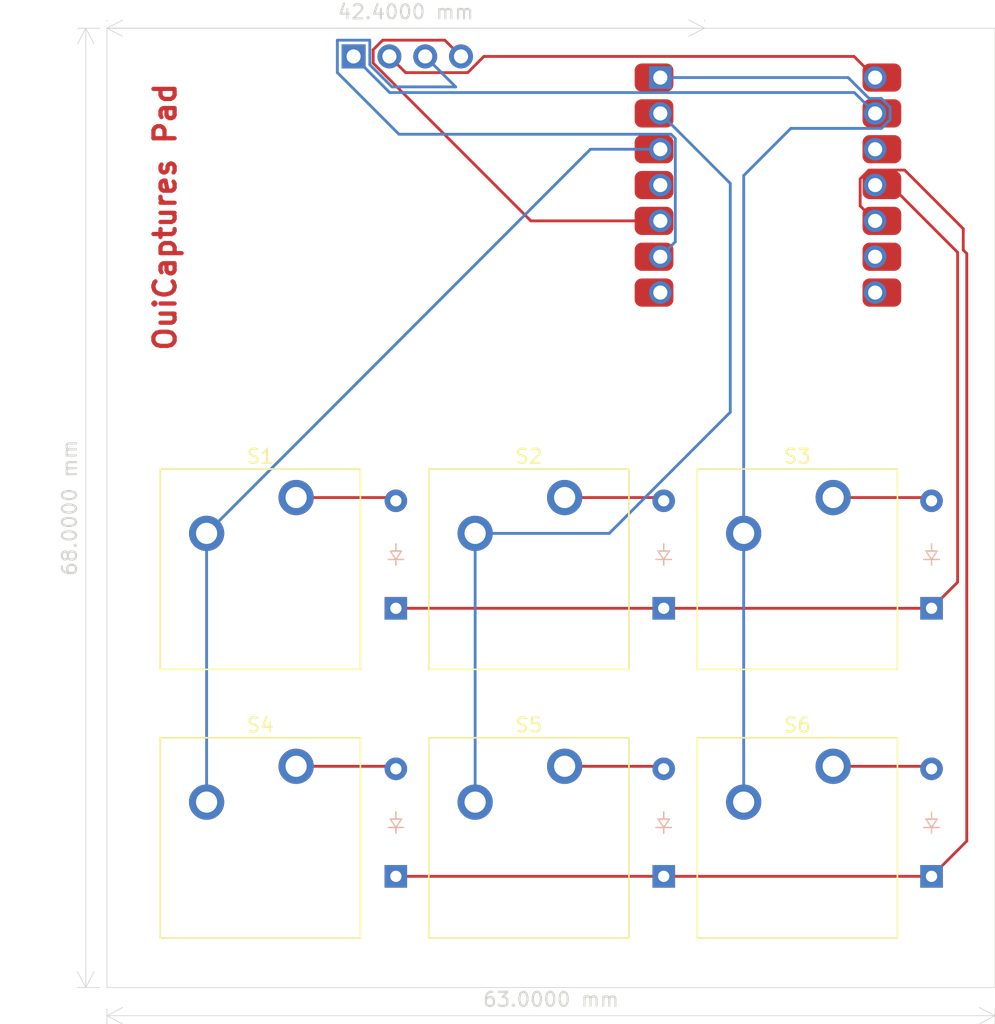
<source format=kicad_pcb>
(kicad_pcb (version 20240108) (generator "pcbnew") (generator_version "8.0")
  (layers (0 "F.Cu" signal) (31 "B.Cu" signal) (34 "B.Paste" user) (35 "F.Paste" user) (36 "B.SilkS" user "B.Silkscreen") (37 "F.SilkS" user "F.Silkscreen") (38 "B.Mask" user) (39 "F.Mask" user) (44 "Edge.Cuts" user))
  (net 0 "")
  (net 1 "GND")
  (net 2 "+5V")
  (net 3 "SCL")
  (net 4 "SDA")
  (net 5 "Column 2")
  (net 7 "Column 0")
  (net 8 "Row 0")
  (net 10 "Column 1")
  (net 12 "Row 1")
  (net 13 "Net-(D1-A)")
  (net 14 "Net-(D2-A)")
  (net 15 "Net-(D3-A)")
  (net 16 "Net-(D4-A)")
  (net 17 "Net-(D5-A)")
  (net 18 "Net-(D6-A)")
  (footprint "ScottoKeebs_MCU:Seeed_XIAO_RP2040" (layer "F.Cu") (at 111.88 106.12)
    (property "Reference" "U2" (hide yes))
    (property "Value" "XIAO-RP2040-DIP")
    (pad "1" smd roundrect (at -8.065 -7.62) (size 2.75 2) (layers "F.Cu" "F.Paste" "F.Mask") (net 5 "Column 2"))
    (pad "1" thru_hole rect (at -7.62 -7.62 90) (size 1.6 1.6) (drill 1) (layers "*.Cu" "*.Mask") (net 5 "Column 2"))
    (pad "2" smd roundrect (at -8.065 -5.08) (size 2.75 2) (layers "F.Cu" "F.Paste" "F.Mask") (net 10 "Column 1"))
    (pad "2" thru_hole circle (at -7.62 -5.08 90) (size 1.6 1.6) (drill 1) (layers "*.Cu" "*.Mask") (net 10 "Column 1"))
    (pad "3" smd roundrect (at -8.065 -2.54) (size 2.75 2) (layers "F.Cu" "F.Paste" "F.Mask") (net 7 "Column 0"))
    (pad "3" thru_hole circle (at -7.62 -2.54 90) (size 1.6 1.6) (drill 1) (layers "*.Cu" "*.Mask") (net 7 "Column 0"))
    (pad "4" smd roundrect (at -8.065 0) (size 2.75 2) (layers "F.Cu" "F.Paste" "F.Mask"))
    (pad "4" thru_hole circle (at -7.62 0 90) (size 1.6 1.6) (drill 1) (layers "*.Cu" "*.Mask"))
    (pad "5" smd roundrect (at -8.065 2.54) (size 2.75 2) (layers "F.Cu" "F.Paste" "F.Mask") (net 4 "SDA"))
    (pad "5" thru_hole circle (at -7.62 2.54 90) (size 1.6 1.6) (drill 1) (layers "*.Cu" "*.Mask") (net 4 "SDA"))
    (pad "6" smd roundrect (at -8.065 5.08) (size 2.75 2) (layers "F.Cu" "F.Paste" "F.Mask") (net 3 "SCL"))
    (pad "6" thru_hole circle (at -7.62 5.08 90) (size 1.6 1.6) (drill 1) (layers "*.Cu" "*.Mask") (net 3 "SCL"))
    (pad "7" smd roundrect (at -8.065 7.62) (size 2.75 2) (layers "F.Cu" "F.Paste" "F.Mask"))
    (pad "7" thru_hole circle (at -7.62 7.62 90) (size 1.6 1.6) (drill 1) (layers "*.Cu" "*.Mask"))
    (pad "8" thru_hole circle (at 7.62 7.62 90) (size 1.6 1.6) (drill 1) (layers "*.Cu" "*.Mask"))
    (pad "8" smd roundrect (at 8.1 7.62) (size 2.75 2) (layers "F.Cu" "F.Paste" "F.Mask"))
    (pad "9" thru_hole circle (at 7.62 5.08 90) (size 1.6 1.6) (drill 1) (layers "*.Cu" "*.Mask"))
    (pad "9" smd roundrect (at 8.1 5.08) (size 2.75 2) (layers "F.Cu" "F.Paste" "F.Mask"))
    (pad "10" thru_hole circle (at 7.62 2.54 90) (size 1.6 1.6) (drill 1) (layers "*.Cu" "*.Mask") (net 12 "Row 1"))
    (pad "10" smd roundrect (at 8.1 2.54) (size 2.75 2) (layers "F.Cu" "F.Paste" "F.Mask") (net 12 "Row 1"))
    (pad "11" thru_hole circle (at 7.62 0 90) (size 1.6 1.6) (drill 1) (layers "*.Cu" "*.Mask") (net 8 "Row 0"))
    (pad "11" smd roundrect (at 8.1 0) (size 2.75 2) (layers "F.Cu" "F.Paste" "F.Mask") (net 8 "Row 0"))
    (pad "12" thru_hole circle (at 7.62 -2.54 90) (size 1.6 1.6) (drill 1) (layers "*.Cu" "*.Mask"))
    (pad "12" smd roundrect (at 8.1 -2.54) (size 2.75 2) (layers "F.Cu" "F.Paste" "F.Mask"))
    (pad "13" thru_hole circle (at 7.62 -5.08 90) (size 1.6 1.6) (drill 1) (layers "*.Cu" "*.Mask") (net 1 "GND"))
    (pad "13" smd roundrect (at 8.1 -5.08) (size 2.75 2) (layers "F.Cu" "F.Paste" "F.Mask") (net 1 "GND"))
    (pad "14" thru_hole circle (at 7.62 -7.62 90) (size 1.6 1.6) (drill 1) (layers "*.Cu" "*.Mask") (net 2 "+5V"))
    (pad "14" smd roundrect (at 8.1 -7.62) (size 2.75 2) (layers "F.Cu" "F.Paste" "F.Mask") (net 2 "+5V"))
  )
  (footprint "ScottoKeebs_MX:MX_PCB_1.00u" (layer "F.Cu") (at 75.8825 152.4)
    (property "Reference" "S4" (at 0 -8 0) (layer "F.SilkS"))
    (property "Value" "Keyswitch")
    (fp_line (start -7.1 -7.1) (end -7.1 7.1) (stroke (width 0.12)) (layer "F.SilkS"))
    (fp_line (start -7.1 7.1) (end 7.1 7.1) (stroke (width 0.12)) (layer "F.SilkS"))
    (fp_line (start 7.1 -7.1) (end -7.1 -7.1) (stroke (width 0.12)) (layer "F.SilkS"))
    (fp_line (start 7.1 7.1) (end 7.1 -7.1) (stroke (width 0.12)) (layer "F.SilkS"))
    (pad "" np_thru_hole circle (at -5.08 0) (size 1.75 1.75) (drill 1.75) (layers "*.Cu" "*.Mask"))
    (pad "" np_thru_hole circle (at 0 0) (size 4 4) (drill 4) (layers "*.Cu" "*.Mask"))
    (pad "" np_thru_hole circle (at 5.08 0) (size 1.75 1.75) (drill 1.75) (layers "*.Cu" "*.Mask"))
    (pad "1" thru_hole circle (at -3.81 -2.54) (size 2.5 2.5) (drill 1.5) (layers "*.Cu" "*.Mask") (net 7 "Column 0"))
    (pad "2" thru_hole circle (at 2.54 -5.08) (size 2.5 2.5) (drill 1.5) (layers "*.Cu" "*.Mask") (net 16 "Net-(D4-A)"))
  )
  (footprint "ScottoKeebs_MX:MX_PCB_1.00u" (layer "F.Cu") (at 94.9325 133.35)
    (property "Reference" "S2" (at 0 -8 0) (layer "F.SilkS"))
    (property "Value" "Keyswitch")
    (fp_line (start -7.1 -7.1) (end -7.1 7.1) (stroke (width 0.12)) (layer "F.SilkS"))
    (fp_line (start -7.1 7.1) (end 7.1 7.1) (stroke (width 0.12)) (layer "F.SilkS"))
    (fp_line (start 7.1 -7.1) (end -7.1 -7.1) (stroke (width 0.12)) (layer "F.SilkS"))
    (fp_line (start 7.1 7.1) (end 7.1 -7.1) (stroke (width 0.12)) (layer "F.SilkS"))
    (pad "" np_thru_hole circle (at -5.08 0) (size 1.75 1.75) (drill 1.75) (layers "*.Cu" "*.Mask"))
    (pad "" np_thru_hole circle (at 0 0) (size 4 4) (drill 4) (layers "*.Cu" "*.Mask"))
    (pad "" np_thru_hole circle (at 5.08 0) (size 1.75 1.75) (drill 1.75) (layers "*.Cu" "*.Mask"))
    (pad "1" thru_hole circle (at -3.81 -2.54) (size 2.5 2.5) (drill 1.5) (layers "*.Cu" "*.Mask") (net 10 "Column 1"))
    (pad "2" thru_hole circle (at 2.54 -5.08) (size 2.5 2.5) (drill 1.5) (layers "*.Cu" "*.Mask") (net 14 "Net-(D2-A)"))
  )
  (footprint "ScottoKeebs_MX:MX_PCB_1.00u" (layer "F.Cu") (at 113.9825 152.4)
    (property "Reference" "S6" (at 0 -8 0) (layer "F.SilkS"))
    (property "Value" "Keyswitch")
    (fp_line (start -7.1 -7.1) (end -7.1 7.1) (stroke (width 0.12)) (layer "F.SilkS"))
    (fp_line (start -7.1 7.1) (end 7.1 7.1) (stroke (width 0.12)) (layer "F.SilkS"))
    (fp_line (start 7.1 -7.1) (end -7.1 -7.1) (stroke (width 0.12)) (layer "F.SilkS"))
    (fp_line (start 7.1 7.1) (end 7.1 -7.1) (stroke (width 0.12)) (layer "F.SilkS"))
    (pad "" np_thru_hole circle (at -5.08 0) (size 1.75 1.75) (drill 1.75) (layers "*.Cu" "*.Mask"))
    (pad "" np_thru_hole circle (at 0 0) (size 4 4) (drill 4) (layers "*.Cu" "*.Mask"))
    (pad "" np_thru_hole circle (at 5.08 0) (size 1.75 1.75) (drill 1.75) (layers "*.Cu" "*.Mask"))
    (pad "1" thru_hole circle (at -3.81 -2.54) (size 2.5 2.5) (drill 1.5) (layers "*.Cu" "*.Mask") (net 5 "Column 2"))
    (pad "2" thru_hole circle (at 2.54 -5.08) (size 2.5 2.5) (drill 1.5) (layers "*.Cu" "*.Mask") (net 18 "Net-(D6-A)"))
  )
  (footprint "ScottoKeebs_MX:MX_PCB_1.00u" (layer "F.Cu") (at 113.9825 133.35)
    (property "Reference" "S3" (at 0 -8 0) (layer "F.SilkS"))
    (property "Value" "Keyswitch")
    (fp_line (start -7.1 -7.1) (end -7.1 7.1) (stroke (width 0.12)) (layer "F.SilkS"))
    (fp_line (start -7.1 7.1) (end 7.1 7.1) (stroke (width 0.12)) (layer "F.SilkS"))
    (fp_line (start 7.1 -7.1) (end -7.1 -7.1) (stroke (width 0.12)) (layer "F.SilkS"))
    (fp_line (start 7.1 7.1) (end 7.1 -7.1) (stroke (width 0.12)) (layer "F.SilkS"))
    (pad "" np_thru_hole circle (at -5.08 0) (size 1.75 1.75) (drill 1.75) (layers "*.Cu" "*.Mask"))
    (pad "" np_thru_hole circle (at 0 0) (size 4 4) (drill 4) (layers "*.Cu" "*.Mask"))
    (pad "" np_thru_hole circle (at 5.08 0) (size 1.75 1.75) (drill 1.75) (layers "*.Cu" "*.Mask"))
    (pad "1" thru_hole circle (at -3.81 -2.54) (size 2.5 2.5) (drill 1.5) (layers "*.Cu" "*.Mask") (net 5 "Column 2"))
    (pad "2" thru_hole circle (at 2.54 -5.08) (size 2.5 2.5) (drill 1.5) (layers "*.Cu" "*.Mask") (net 15 "Net-(D3-A)"))
  )
  (footprint "ScottoKeebs_MX:MX_PCB_1.00u" (layer "F.Cu") (at 75.8825 133.35)
    (property "Reference" "S1" (at 0 -8 0) (layer "F.SilkS"))
    (property "Value" "Keyswitch")
    (fp_line (start -7.1 -7.1) (end -7.1 7.1) (stroke (width 0.12)) (layer "F.SilkS"))
    (fp_line (start -7.1 7.1) (end 7.1 7.1) (stroke (width 0.12)) (layer "F.SilkS"))
    (fp_line (start 7.1 -7.1) (end -7.1 -7.1) (stroke (width 0.12)) (layer "F.SilkS"))
    (fp_line (start 7.1 7.1) (end 7.1 -7.1) (stroke (width 0.12)) (layer "F.SilkS"))
    (pad "" np_thru_hole circle (at -5.08 0) (size 1.75 1.75) (drill 1.75) (layers "*.Cu" "*.Mask"))
    (pad "" np_thru_hole circle (at 0 0) (size 4 4) (drill 4) (layers "*.Cu" "*.Mask"))
    (pad "" np_thru_hole circle (at 5.08 0) (size 1.75 1.75) (drill 1.75) (layers "*.Cu" "*.Mask"))
    (pad "1" thru_hole circle (at -3.81 -2.54) (size 2.5 2.5) (drill 1.5) (layers "*.Cu" "*.Mask") (net 7 "Column 0"))
    (pad "2" thru_hole circle (at 2.54 -5.08) (size 2.5 2.5) (drill 1.5) (layers "*.Cu" "*.Mask") (net 13 "Net-(D1-A)"))
  )
  (footprint "ScottoKeebs_Components:OLED_128x64" (layer "F.Cu") (at 86.31 97)
    (property "Reference" "J1" (hide yes))
    (property "Value" "OLED_128x64")
    (pad "1" thru_hole rect (at -3.81 0 90) (size 1.7 1.7) (drill 1) (layers "*.Cu" "*.Mask") (net 1 "GND"))
    (pad "2" thru_hole oval (at -1.27 0 90) (size 1.7 1.7) (drill 1) (layers "*.Cu" "*.Mask") (net 2 "+5V"))
    (pad "3" thru_hole oval (at 1.27 0 90) (size 1.7 1.7) (drill 1) (layers "*.Cu" "*.Mask") (net 3 "SCL"))
    (pad "4" thru_hole oval (at 3.81 0 90) (size 1.7 1.7) (drill 1) (layers "*.Cu" "*.Mask") (net 4 "SDA"))
  )
  (footprint "ScottoKeebs_MX:MX_PCB_1.00u" (layer "F.Cu") (at 94.9325 152.4)
    (property "Reference" "S5" (at 0 -8 0) (layer "F.SilkS"))
    (property "Value" "Keyswitch")
    (fp_line (start -7.1 -7.1) (end -7.1 7.1) (stroke (width 0.12)) (layer "F.SilkS"))
    (fp_line (start -7.1 7.1) (end 7.1 7.1) (stroke (width 0.12)) (layer "F.SilkS"))
    (fp_line (start 7.1 -7.1) (end -7.1 -7.1) (stroke (width 0.12)) (layer "F.SilkS"))
    (fp_line (start 7.1 7.1) (end 7.1 -7.1) (stroke (width 0.12)) (layer "F.SilkS"))
    (pad "" np_thru_hole circle (at -5.08 0) (size 1.75 1.75) (drill 1.75) (layers "*.Cu" "*.Mask"))
    (pad "" np_thru_hole circle (at 0 0) (size 4 4) (drill 4) (layers "*.Cu" "*.Mask"))
    (pad "" np_thru_hole circle (at 5.08 0) (size 1.75 1.75) (drill 1.75) (layers "*.Cu" "*.Mask"))
    (pad "1" thru_hole circle (at -3.81 -2.54) (size 2.5 2.5) (drill 1.5) (layers "*.Cu" "*.Mask") (net 10 "Column 1"))
    (pad "2" thru_hole circle (at 2.54 -5.08) (size 2.5 2.5) (drill 1.5) (layers "*.Cu" "*.Mask") (net 17 "Net-(D5-A)"))
  )
  (footprint "ScottoKeebs_Components:Diode_DO-35" (layer "B.Cu") (at 85.5 155.12 90)
    (property "Reference" "D4" (hide yes))
    (property "Value" "Diode" (hide yes))
    (fp_line (start 3.46 -0.55) (end 3.46 0.55) (stroke (width 0.1)) (layer "B.SilkS"))
    (fp_line (start 4.06 -0.4) (end 4.06 0.4) (stroke (width 0.1)) (layer "B.SilkS"))
    (fp_line (start 4.56 0) (end 4.06 0) (stroke (width 0.1)) (layer "B.SilkS"))
    (fp_line (start 3.46 0) (end 4.06 -0.4) (stroke (width 0.1)) (layer "B.SilkS"))
    (fp_line (start 3.46 0) (end 3.06 0) (stroke (width 0.1)) (layer "B.SilkS"))
    (fp_line (start 4.06 0.4) (end 3.46 0) (stroke (width 0.1)) (layer "B.SilkS"))
    (pad "1" thru_hole rect (at 0 0 90) (size 1.6 1.6) (drill 0.8) (layers "*.Cu" "*.Mask") (net 12 "Row 1"))
    (pad "2" thru_hole oval (at 7.62 0 90) (size 1.6 1.6) (drill 0.8) (layers "*.Cu" "*.Mask") (net 16 "Net-(D4-A)"))
  )
  (footprint "ScottoKeebs_Components:Diode_DO-35" (layer "B.Cu") (at 123.5 136.12 90)
    (property "Reference" "D3" (hide yes))
    (property "Value" "Diode" (hide yes))
    (fp_line (start 3.46 -0.55) (end 3.46 0.55) (stroke (width 0.1)) (layer "B.SilkS"))
    (fp_line (start 4.06 -0.4) (end 4.06 0.4) (stroke (width 0.1)) (layer "B.SilkS"))
    (fp_line (start 4.56 0) (end 4.06 0) (stroke (width 0.1)) (layer "B.SilkS"))
    (fp_line (start 3.46 0) (end 4.06 -0.4) (stroke (width 0.1)) (layer "B.SilkS"))
    (fp_line (start 3.46 0) (end 3.06 0) (stroke (width 0.1)) (layer "B.SilkS"))
    (fp_line (start 4.06 0.4) (end 3.46 0) (stroke (width 0.1)) (layer "B.SilkS"))
    (pad "1" thru_hole rect (at 0 0 90) (size 1.6 1.6) (drill 0.8) (layers "*.Cu" "*.Mask") (net 8 "Row 0"))
    (pad "2" thru_hole oval (at 7.62 0 90) (size 1.6 1.6) (drill 0.8) (layers "*.Cu" "*.Mask") (net 15 "Net-(D3-A)"))
  )
  (footprint "ScottoKeebs_Components:Diode_DO-35" (layer "B.Cu") (at 104.5 155.12 90)
    (property "Reference" "D5" (hide yes))
    (property "Value" "Diode" (hide yes))
    (fp_line (start 3.46 -0.55) (end 3.46 0.55) (stroke (width 0.1)) (layer "B.SilkS"))
    (fp_line (start 4.06 -0.4) (end 4.06 0.4) (stroke (width 0.1)) (layer "B.SilkS"))
    (fp_line (start 4.56 0) (end 4.06 0) (stroke (width 0.1)) (layer "B.SilkS"))
    (fp_line (start 3.46 0) (end 4.06 -0.4) (stroke (width 0.1)) (layer "B.SilkS"))
    (fp_line (start 3.46 0) (end 3.06 0) (stroke (width 0.1)) (layer "B.SilkS"))
    (fp_line (start 4.06 0.4) (end 3.46 0) (stroke (width 0.1)) (layer "B.SilkS"))
    (pad "1" thru_hole rect (at 0 0 90) (size 1.6 1.6) (drill 0.8) (layers "*.Cu" "*.Mask") (net 12 "Row 1"))
    (pad "2" thru_hole oval (at 7.62 0 90) (size 1.6 1.6) (drill 0.8) (layers "*.Cu" "*.Mask") (net 17 "Net-(D5-A)"))
  )
  (footprint "ScottoKeebs_Components:Diode_DO-35" (layer "B.Cu") (at 85.5 136.12 90)
    (property "Reference" "D1" (hide yes))
    (property "Value" "Diode" (hide yes))
    (fp_line (start 3.46 -0.55) (end 3.46 0.55) (stroke (width 0.1)) (layer "B.SilkS"))
    (fp_line (start 4.06 -0.4) (end 4.06 0.4) (stroke (width 0.1)) (layer "B.SilkS"))
    (fp_line (start 4.56 0) (end 4.06 0) (stroke (width 0.1)) (layer "B.SilkS"))
    (fp_line (start 3.46 0) (end 4.06 -0.4) (stroke (width 0.1)) (layer "B.SilkS"))
    (fp_line (start 3.46 0) (end 3.06 0) (stroke (width 0.1)) (layer "B.SilkS"))
    (fp_line (start 4.06 0.4) (end 3.46 0) (stroke (width 0.1)) (layer "B.SilkS"))
    (pad "1" thru_hole rect (at 0 0 90) (size 1.6 1.6) (drill 0.8) (layers "*.Cu" "*.Mask") (net 8 "Row 0"))
    (pad "2" thru_hole oval (at 7.62 0 90) (size 1.6 1.6) (drill 0.8) (layers "*.Cu" "*.Mask") (net 13 "Net-(D1-A)"))
  )
  (footprint "ScottoKeebs_Components:Diode_DO-35" (layer "B.Cu") (at 104.5 136.12 90)
    (property "Reference" "D2" (hide yes))
    (property "Value" "Diode" (hide yes))
    (fp_line (start 3.46 -0.55) (end 3.46 0.55) (stroke (width 0.1)) (layer "B.SilkS"))
    (fp_line (start 4.06 -0.4) (end 4.06 0.4) (stroke (width 0.1)) (layer "B.SilkS"))
    (fp_line (start 4.56 0) (end 4.06 0) (stroke (width 0.1)) (layer "B.SilkS"))
    (fp_line (start 3.46 0) (end 4.06 -0.4) (stroke (width 0.1)) (layer "B.SilkS"))
    (fp_line (start 3.46 0) (end 3.06 0) (stroke (width 0.1)) (layer "B.SilkS"))
    (fp_line (start 4.06 0.4) (end 3.46 0) (stroke (width 0.1)) (layer "B.SilkS"))
    (pad "1" thru_hole rect (at 0 0 90) (size 1.6 1.6) (drill 0.8) (layers "*.Cu" "*.Mask") (net 8 "Row 0"))
    (pad "2" thru_hole oval (at 7.62 0 90) (size 1.6 1.6) (drill 0.8) (layers "*.Cu" "*.Mask") (net 14 "Net-(D2-A)"))
  )
  (footprint "ScottoKeebs_Components:Diode_DO-35" (layer "B.Cu") (at 123.5 155.12 90)
    (property "Reference" "D6" (hide yes))
    (property "Value" "Diode" (hide yes))
    (fp_line (start 3.46 -0.55) (end 3.46 0.55) (stroke (width 0.1)) (layer "B.SilkS"))
    (fp_line (start 4.06 -0.4) (end 4.06 0.4) (stroke (width 0.1)) (layer "B.SilkS"))
    (fp_line (start 4.56 0) (end 4.06 0) (stroke (width 0.1)) (layer "B.SilkS"))
    (fp_line (start 3.46 0) (end 4.06 -0.4) (stroke (width 0.1)) (layer "B.SilkS"))
    (fp_line (start 3.46 0) (end 3.06 0) (stroke (width 0.1)) (layer "B.SilkS"))
    (fp_line (start 4.06 0.4) (end 3.46 0) (stroke (width 0.1)) (layer "B.SilkS"))
    (pad "1" thru_hole rect (at 0 0 90) (size 1.6 1.6) (drill 0.8) (layers "*.Cu" "*.Mask") (net 12 "Row 1"))
    (pad "2" thru_hole oval (at 7.62 0 90) (size 1.6 1.6) (drill 0.8) (layers "*.Cu" "*.Mask") (net 18 "Net-(D6-A)"))
  )
  (gr_rect (start 65 95) (end 128 163) (stroke (width 0.05)) (fill none) (layer "Edge.Cuts"))
  (gr_text "OuiCaptures Pad" (at 70 118 90) (layer "F.Cu") (effects (font (size 1.5 1.5) (thickness 0.3) (bold yes)) (justify left bottom)))
  (dimension (type aligned) (layer "Edge.Cuts") (pts (xy 65 164) (xy 128 164)) (height 1) (gr_text "63.0000 mm" (at 96.5 163.85 0) (layer "Edge.Cuts") (effects (font (size 1 1) (thickness 0.15)))) (format (prefix "") (suffix "") (units 3) (units_format 1) (precision 4)) (style (thickness 0.05) (arrow_length 1.27) (text_position_mode 0) (extension_height 0.58642) (extension_offset 0.5) keep_text_aligned))
  (dimension (type aligned) (layer "Edge.Cuts") (pts (xy 65 95) (xy 65 163)) (height 1.5) (gr_text "68.0000 mm" (at 62.35 129 90) (layer "Edge.Cuts") (effects (font (size 1 1) (thickness 0.15)))) (format (prefix "") (suffix "") (units 3) (units_format 1) (precision 4)) (style (thickness 0.05) (arrow_length 1.27) (text_position_mode 0) (extension_height 0.58642) (extension_offset 0.5) keep_text_aligned))
  (dimension (type aligned) (layer "Edge.Cuts") (pts (xy 65 95) (xy 107.4 95)) (height 0) (gr_text "42.4000 mm" (at 86.2 93.85 0) (layer "Edge.Cuts") (effects (font (size 1 1) (thickness 0.15)))) (format (prefix "") (suffix "") (units 3) (units_format 1) (precision 4)) (style (thickness 0.05) (arrow_length 1.27) (text_position_mode 0) (extension_height 0.58642) (extension_offset 0.5) keep_text_aligned))
  (segment (start 85.062 99.562) (end 118.022 99.562) (width 0.2) (layer "B.Cu") (net 1))
  (segment (start 118.022 99.562) (end 119.5 101.04) (width 0.2) (layer "B.Cu") (net 1))
  (segment (start 82.18 96.68) (end 82.5 97) (width 0.2) (layer "B.Cu") (net 1))
  (segment (start 82.5 97) (end 85.062 99.562) (width 0.2) (layer "B.Cu") (net 1))
  (segment (start 91.746346 97) (end 118 97) (width 0.2) (layer "F.Cu") (net 2))
  (segment (start 118 97) (end 119.5 98.5) (width 0.2) (layer "F.Cu") (net 2))
  (segment (start 84.72 96.68) (end 85.04 97) (width 0.2) (layer "F.Cu") (net 2))
  (segment (start 90.596346 98.15) (end 91.746346 97) (width 0.2) (layer "F.Cu") (net 2))
  (segment (start 85.04 97) (end 86.19 98.15) (width 0.2) (layer "F.Cu") (net 2))
  (segment (start 86.19 98.15) (end 90.596346 98.15) (width 0.2) (layer "F.Cu") (net 2))
  (segment (start 83.65 97.584314) (end 83.65 95.85) (width 0.2) (layer "B.Cu") (net 3))
  (segment (start 105.018 102.518) (end 105.322 102.822) (width 0.2) (layer "B.Cu") (net 3))
  (segment (start 105.322 110.138) (end 104.26 111.2) (width 0.2) (layer "B.Cu") (net 3))
  (segment (start 81.35 95.85) (end 81.35 98.15) (width 0.2) (layer "B.Cu") (net 3))
  (segment (start 87.58 97) (end 89.742 99.162) (width 0.2) (layer "B.Cu") (net 3))
  (segment (start 85.227686 99.162) (end 83.65 97.584314) (width 0.2) (layer "B.Cu") (net 3))
  (segment (start 81.35 98.15) (end 85.718 102.518) (width 0.2) (layer "B.Cu") (net 3))
  (segment (start 105.322 102.822) (end 105.322 110.138) (width 0.2) (layer "B.Cu") (net 3))
  (segment (start 83.65 95.85) (end 81.35 95.85) (width 0.2) (layer "B.Cu") (net 3))
  (segment (start 89.742 99.162) (end 85.227686 99.162) (width 0.2) (layer "B.Cu") (net 3))
  (segment (start 85.718 102.518) (end 105.018 102.518) (width 0.2) (layer "B.Cu") (net 3))
  (segment (start 88.97 95.85) (end 84.563654 95.85) (width 0.2) (layer "F.Cu") (net 4))
  (segment (start 90.12 97) (end 90.12 97.297029) (width 0.2) (layer "F.Cu") (net 4))
  (segment (start 83.89 97.476346) (end 95.073654 108.66) (width 0.2) (layer "F.Cu") (net 4))
  (segment (start 95.073654 108.66) (end 104.26 108.66) (width 0.2) (layer "F.Cu") (net 4))
  (segment (start 84.563654 95.85) (end 83.89 96.523654) (width 0.2) (layer "F.Cu") (net 4))
  (segment (start 90.12 97) (end 88.97 95.85) (width 0.2) (layer "F.Cu") (net 4))
  (segment (start 83.89 96.523654) (end 83.89 97.476346) (width 0.2) (layer "F.Cu") (net 4))
  (segment (start 119.939895 102.102) (end 120.562 101.479895) (width 0.2) (layer "B.Cu") (net 5))
  (segment (start 110.1725 130.81) (end 110.1725 149.86) (width 0.2) (layer "B.Cu") (net 5))
  (segment (start 117.582105 98.5) (end 104.26 98.5) (width 0.2) (layer "B.Cu") (net 5))
  (segment (start 110.1725 105.450605) (end 113.521105 102.102) (width 0.2) (layer "B.Cu") (net 5))
  (segment (start 119.939895 99.978) (end 119.060105 99.978) (width 0.2) (layer "B.Cu") (net 5))
  (segment (start 120.562 100.600105) (end 119.939895 99.978) (width 0.2) (layer "B.Cu") (net 5))
  (segment (start 113.521105 102.102) (end 119.939895 102.102) (width 0.2) (layer "B.Cu") (net 5))
  (segment (start 120.562 101.479895) (end 120.562 100.600105) (width 0.2) (layer "B.Cu") (net 5))
  (segment (start 119.060105 99.978) (end 117.582105 98.5) (width 0.2) (layer "B.Cu") (net 5))
  (segment (start 110.1725 130.81) (end 110.1725 105.450605) (width 0.2) (layer "B.Cu") (net 5))
  (segment (start 72.0725 130.81) (end 99.3025 103.58) (width 0.2) (layer "B.Cu") (net 7))
  (segment (start 99.3025 103.58) (end 104.26 103.58) (width 0.2) (layer "B.Cu") (net 7))
  (segment (start 72.0725 130.81) (end 72.0725 149.86) (width 0.2) (layer "B.Cu") (net 7))
  (segment (start 125.351 134.269) (end 125.351 110.89337) (width 0.2) (layer "F.Cu") (net 8))
  (segment (start 120.57763 106.12) (end 119.5 106.12) (width 0.2) (layer "F.Cu") (net 8))
  (segment (start 123.5 136.12) (end 125.351 134.269) (width 0.2) (layer "F.Cu") (net 8))
  (segment (start 125.351 110.89337) (end 120.57763 106.12) (width 0.2) (layer "F.Cu") (net 8))
  (segment (start 85.5 136.12) (end 123.5 136.12) (width 0.2) (layer "F.Cu") (net 8))
  (segment (start 109.222 122.222365) (end 109.222 106.002) (width 0.2) (layer "B.Cu") (net 10))
  (segment (start 109.222 106.002) (end 104.26 101.04) (width 0.2) (layer "B.Cu") (net 10))
  (segment (start 100.634365 130.81) (end 109.222 122.222365) (width 0.2) (layer "B.Cu") (net 10))
  (segment (start 91.1225 130.81) (end 100.634365 130.81) (width 0.2) (layer "B.Cu") (net 10))
  (segment (start 91.1225 130.81) (end 91.1225 149.86) (width 0.2) (layer "B.Cu") (net 10))
  (segment (start 85.5 155.12) (end 104.5 155.12) (width 0.2) (layer "F.Cu") (net 12))
  (segment (start 121.590214 105.058) (end 119.060105 105.058) (width 0.2) (layer "F.Cu") (net 12))
  (segment (start 119.060105 105.058) (end 118.438 105.680105) (width 0.2) (layer "F.Cu") (net 12))
  (segment (start 126 110.976685) (end 125.751 110.727685) (width 0.2) (layer "F.Cu") (net 12))
  (segment (start 126 152.62) (end 126 110.976685) (width 0.2) (layer "F.Cu") (net 12))
  (segment (start 118.438 107.598) (end 119.5 108.66) (width 0.2) (layer "F.Cu") (net 12))
  (segment (start 123.5 155.12) (end 126 152.62) (width 0.2) (layer "F.Cu") (net 12))
  (segment (start 118.438 105.680105) (end 118.438 107.598) (width 0.2) (layer "F.Cu") (net 12))
  (segment (start 104.5 155.12) (end 123.5 155.12) (width 0.2) (layer "F.Cu") (net 12))
  (segment (start 125.751 110.727685) (end 125.751 109.218786) (width 0.2) (layer "F.Cu") (net 12))
  (segment (start 125.751 109.218786) (end 121.590214 105.058) (width 0.2) (layer "F.Cu") (net 12))
  (segment (start 85.27 128.27) (end 85.5 128.5) (width 0.2) (layer "F.Cu") (net 13))
  (segment (start 78.4225 128.27) (end 85.27 128.27) (width 0.2) (layer "F.Cu") (net 13))
  (segment (start 97.4725 128.27) (end 104.27 128.27) (width 0.2) (layer "F.Cu") (net 14))
  (segment (start 104.27 128.27) (end 104.5 128.5) (width 0.2) (layer "F.Cu") (net 14))
  (segment (start 123.27 128.27) (end 123.5 128.5) (width 0.2) (layer "F.Cu") (net 15))
  (segment (start 116.5225 128.27) (end 123.27 128.27) (width 0.2) (layer "F.Cu") (net 15))
  (segment (start 78.4225 147.32) (end 85.32 147.32) (width 0.2) (layer "F.Cu") (net 16))
  (segment (start 85.32 147.32) (end 85.5 147.5) (width 0.2) (layer "F.Cu") (net 16))
  (segment (start 104.32 147.32) (end 104.5 147.5) (width 0.2) (layer "F.Cu") (net 17))
  (segment (start 97.4725 147.32) (end 104.32 147.32) (width 0.2) (layer "F.Cu") (net 17))
  (segment (start 123.32 147.32) (end 123.5 147.5) (width 0.2) (layer "F.Cu") (net 18))
  (segment (start 116.5225 147.32) (end 123.32 147.32) (width 0.2) (layer "F.Cu") (net 18))
)
</source>
